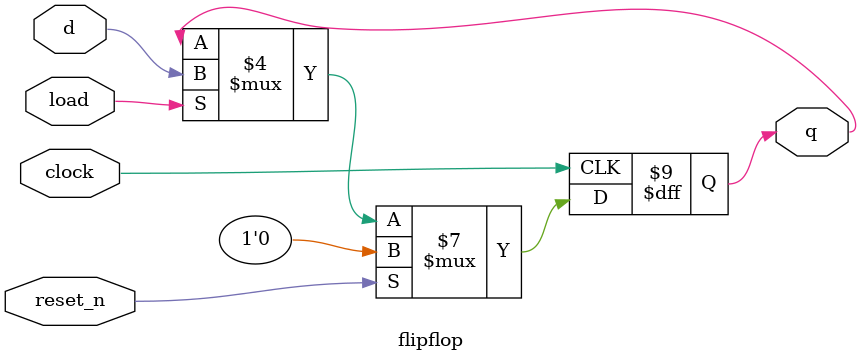
<source format=v>
module flipflop(clock, d, load, reset_n, q);
	input clock; 
	input d;
	input reset_n, load;
	output reg q;

	always @(posedge clock)
	begin
		if (reset_n == 1'b1)
			q <= 0;
		else if (load == 1'b1)
			q <= d;
	end
endmodule

</source>
